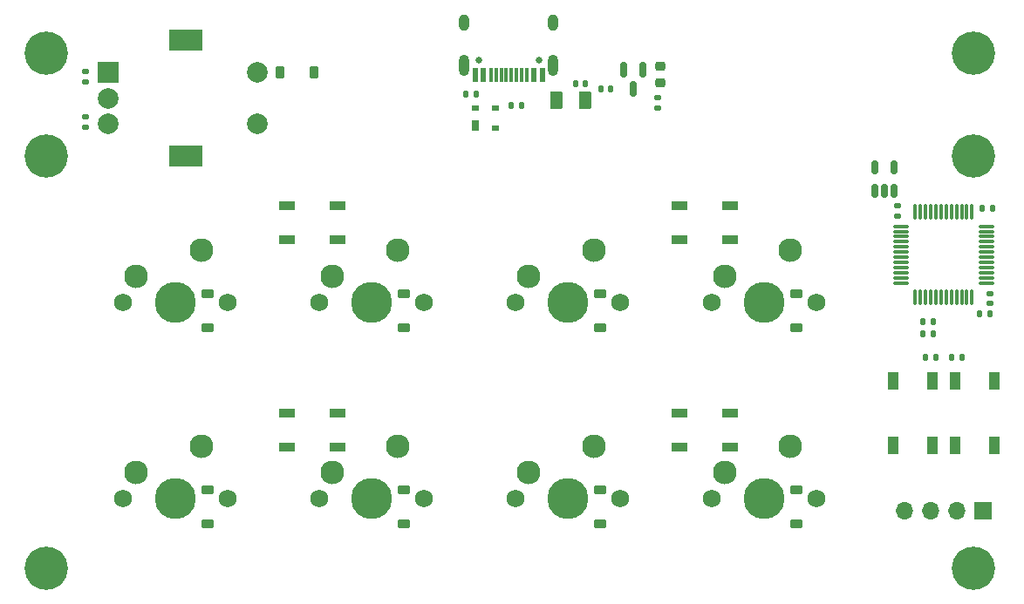
<source format=gbr>
%TF.GenerationSoftware,KiCad,Pcbnew,8.0.2-1*%
%TF.CreationDate,2024-05-13T14:31:14+01:00*%
%TF.ProjectId,Daisy V2 - STM32,44616973-7920-4563-9220-2d2053544d33,rev?*%
%TF.SameCoordinates,Original*%
%TF.FileFunction,Soldermask,Bot*%
%TF.FilePolarity,Negative*%
%FSLAX46Y46*%
G04 Gerber Fmt 4.6, Leading zero omitted, Abs format (unit mm)*
G04 Created by KiCad (PCBNEW 8.0.2-1) date 2024-05-13 14:31:14*
%MOMM*%
%LPD*%
G01*
G04 APERTURE LIST*
G04 Aperture macros list*
%AMRoundRect*
0 Rectangle with rounded corners*
0 $1 Rounding radius*
0 $2 $3 $4 $5 $6 $7 $8 $9 X,Y pos of 4 corners*
0 Add a 4 corners polygon primitive as box body*
4,1,4,$2,$3,$4,$5,$6,$7,$8,$9,$2,$3,0*
0 Add four circle primitives for the rounded corners*
1,1,$1+$1,$2,$3*
1,1,$1+$1,$4,$5*
1,1,$1+$1,$6,$7*
1,1,$1+$1,$8,$9*
0 Add four rect primitives between the rounded corners*
20,1,$1+$1,$2,$3,$4,$5,0*
20,1,$1+$1,$4,$5,$6,$7,0*
20,1,$1+$1,$6,$7,$8,$9,0*
20,1,$1+$1,$8,$9,$2,$3,0*%
G04 Aperture macros list end*
%ADD10R,1.700000X1.700000*%
%ADD11O,1.700000X1.700000*%
%ADD12C,4.200000*%
%ADD13R,2.000000X2.000000*%
%ADD14C,2.000000*%
%ADD15R,3.200000X2.000000*%
%ADD16C,1.750000*%
%ADD17C,3.987800*%
%ADD18C,2.300000*%
%ADD19RoundRect,0.140000X0.170000X-0.140000X0.170000X0.140000X-0.170000X0.140000X-0.170000X-0.140000X0*%
%ADD20RoundRect,0.075000X0.075000X-0.662500X0.075000X0.662500X-0.075000X0.662500X-0.075000X-0.662500X0*%
%ADD21RoundRect,0.075000X0.662500X-0.075000X0.662500X0.075000X-0.662500X0.075000X-0.662500X-0.075000X0*%
%ADD22RoundRect,0.225000X0.375000X-0.225000X0.375000X0.225000X-0.375000X0.225000X-0.375000X-0.225000X0*%
%ADD23R,1.500000X0.900000*%
%ADD24RoundRect,0.140000X-0.140000X-0.170000X0.140000X-0.170000X0.140000X0.170000X-0.140000X0.170000X0*%
%ADD25R,1.000000X1.700000*%
%ADD26R,0.700000X1.000000*%
%ADD27R,0.700000X0.600000*%
%ADD28RoundRect,0.140000X-0.170000X0.140000X-0.170000X-0.140000X0.170000X-0.140000X0.170000X0.140000X0*%
%ADD29RoundRect,0.225000X0.225000X0.375000X-0.225000X0.375000X-0.225000X-0.375000X0.225000X-0.375000X0*%
%ADD30RoundRect,0.150000X-0.150000X0.587500X-0.150000X-0.587500X0.150000X-0.587500X0.150000X0.587500X0*%
%ADD31RoundRect,0.150000X0.150000X-0.512500X0.150000X0.512500X-0.150000X0.512500X-0.150000X-0.512500X0*%
%ADD32RoundRect,0.135000X-0.135000X-0.185000X0.135000X-0.185000X0.135000X0.185000X-0.135000X0.185000X0*%
%ADD33RoundRect,0.250000X-0.375000X-0.625000X0.375000X-0.625000X0.375000X0.625000X-0.375000X0.625000X0*%
%ADD34RoundRect,0.135000X-0.185000X0.135000X-0.185000X-0.135000X0.185000X-0.135000X0.185000X0.135000X0*%
%ADD35RoundRect,0.140000X0.140000X0.170000X-0.140000X0.170000X-0.140000X-0.170000X0.140000X-0.170000X0*%
%ADD36RoundRect,0.135000X0.135000X0.185000X-0.135000X0.185000X-0.135000X-0.185000X0.135000X-0.185000X0*%
%ADD37C,0.650000*%
%ADD38R,0.600000X1.450000*%
%ADD39R,0.300000X1.450000*%
%ADD40O,1.000000X1.600000*%
%ADD41O,1.000000X2.100000*%
%ADD42RoundRect,0.225000X0.250000X-0.225000X0.250000X0.225000X-0.250000X0.225000X-0.250000X-0.225000X0*%
G04 APERTURE END LIST*
D10*
%TO.C,OL1*%
X114632500Y-73021250D03*
D11*
X112092500Y-73021250D03*
X109552500Y-73021250D03*
X107012500Y-73021250D03*
%TD*%
D12*
%TO.C,REF\u002A\u002A*%
X113650000Y-38546000D03*
%TD*%
%TO.C,REF\u002A\u002A*%
X23650000Y-38546000D03*
%TD*%
D13*
%TO.C,RE1*%
X29686250Y-30403125D03*
D14*
X29686250Y-35403125D03*
X29686250Y-32903125D03*
D15*
X37186250Y-27303125D03*
X37186250Y-38503125D03*
D14*
X44186250Y-35403125D03*
X44186250Y-30403125D03*
%TD*%
D12*
%TO.C,REF\u002A\u002A*%
X23650000Y-78546000D03*
%TD*%
D16*
%TO.C,MX4*%
X88239375Y-52786875D03*
D17*
X93319375Y-52786875D03*
D16*
X98399375Y-52786875D03*
D18*
X89509375Y-50246875D03*
X95859375Y-47706875D03*
%TD*%
D16*
%TO.C,MX8*%
X88239375Y-71836875D03*
D17*
X93319375Y-71836875D03*
D16*
X98399375Y-71836875D03*
D18*
X89509375Y-69296875D03*
X95859375Y-66756875D03*
%TD*%
D16*
%TO.C,MX7*%
X69189375Y-71836875D03*
D17*
X74269375Y-71836875D03*
D16*
X79349375Y-71836875D03*
D18*
X70459375Y-69296875D03*
X76809375Y-66756875D03*
%TD*%
D16*
%TO.C,MX3*%
X69189375Y-52786875D03*
D17*
X74269375Y-52786875D03*
D16*
X79349375Y-52786875D03*
D18*
X70459375Y-50246875D03*
X76809375Y-47706875D03*
%TD*%
D16*
%TO.C,MX6*%
X50139375Y-71836875D03*
D17*
X55219375Y-71836875D03*
D16*
X60299375Y-71836875D03*
D18*
X51409375Y-69296875D03*
X57759375Y-66756875D03*
%TD*%
D16*
%TO.C,MX1*%
X31089375Y-52786875D03*
D17*
X36169375Y-52786875D03*
D16*
X41249375Y-52786875D03*
D18*
X32359375Y-50246875D03*
X38709375Y-47706875D03*
%TD*%
D12*
%TO.C,REF\u002A\u002A*%
X113650000Y-78546000D03*
%TD*%
D16*
%TO.C,MX2*%
X50139375Y-52786875D03*
D17*
X55219375Y-52786875D03*
D16*
X60299375Y-52786875D03*
D18*
X51409375Y-50246875D03*
X57759375Y-47706875D03*
%TD*%
D12*
%TO.C,REF\u002A\u002A*%
X23650000Y-28546000D03*
%TD*%
D16*
%TO.C,MX5*%
X31089375Y-71836875D03*
D17*
X36169375Y-71836875D03*
D16*
X41249375Y-71836875D03*
D18*
X32359375Y-69296875D03*
X38709375Y-66756875D03*
%TD*%
D12*
%TO.C,REF\u002A\u002A*%
X113650000Y-28546000D03*
%TD*%
D19*
%TO.C,C4*%
X106282500Y-44332500D03*
X106282500Y-43372500D03*
%TD*%
D20*
%TO.C,U1*%
X113532500Y-52265000D03*
X113032500Y-52265000D03*
X112532500Y-52265000D03*
X112032500Y-52265000D03*
X111532500Y-52265000D03*
X111032500Y-52265000D03*
X110532500Y-52265000D03*
X110032500Y-52265000D03*
X109532500Y-52265000D03*
X109032500Y-52265000D03*
X108532500Y-52265000D03*
X108032500Y-52265000D03*
D21*
X106620000Y-50852500D03*
X106620000Y-50352500D03*
X106620000Y-49852500D03*
X106620000Y-49352500D03*
X106620000Y-48852500D03*
X106620000Y-48352500D03*
X106620000Y-47852500D03*
X106620000Y-47352500D03*
X106620000Y-46852500D03*
X106620000Y-46352500D03*
X106620000Y-45852500D03*
X106620000Y-45352500D03*
D20*
X108032500Y-43940000D03*
X108532500Y-43940000D03*
X109032500Y-43940000D03*
X109532500Y-43940000D03*
X110032500Y-43940000D03*
X110532500Y-43940000D03*
X111032500Y-43940000D03*
X111532500Y-43940000D03*
X112032500Y-43940000D03*
X112532500Y-43940000D03*
X113032500Y-43940000D03*
X113532500Y-43940000D03*
D21*
X114945000Y-45352500D03*
X114945000Y-45852500D03*
X114945000Y-46352500D03*
X114945000Y-46852500D03*
X114945000Y-47352500D03*
X114945000Y-47852500D03*
X114945000Y-48352500D03*
X114945000Y-48852500D03*
X114945000Y-49352500D03*
X114945000Y-49852500D03*
X114945000Y-50352500D03*
X114945000Y-50852500D03*
%TD*%
D22*
%TO.C,D2*%
X58394375Y-55168125D03*
X58394375Y-51868125D03*
%TD*%
D23*
%TO.C,LED4*%
X90080000Y-63502500D03*
X90080000Y-66802500D03*
X85180000Y-66802500D03*
X85180000Y-63502500D03*
%TD*%
D22*
%TO.C,D7*%
X77444375Y-74218125D03*
X77444375Y-70918125D03*
%TD*%
D24*
%TO.C,C3*%
X114552500Y-43602500D03*
X115512500Y-43602500D03*
%TD*%
D23*
%TO.C,LED1*%
X90080000Y-43350000D03*
X90080000Y-46650000D03*
X85180000Y-46650000D03*
X85180000Y-43350000D03*
%TD*%
D22*
%TO.C,D8*%
X96494375Y-74218125D03*
X96494375Y-70918125D03*
%TD*%
D25*
%TO.C,BOOT1*%
X111912500Y-60370000D03*
X111912500Y-66670000D03*
X115712500Y-60370000D03*
X115712500Y-66670000D03*
%TD*%
D22*
%TO.C,D4*%
X96494375Y-55168125D03*
X96494375Y-51868125D03*
%TD*%
D26*
%TO.C,U2*%
X65285000Y-35600000D03*
D27*
X65285000Y-33900000D03*
X67285000Y-33900000D03*
X67285000Y-35800000D03*
%TD*%
D28*
%TO.C,C5*%
X115282500Y-51872500D03*
X115282500Y-52832500D03*
%TD*%
D22*
%TO.C,D6*%
X58394375Y-74218125D03*
X58394375Y-70918125D03*
%TD*%
D25*
%TO.C,RST1*%
X109712500Y-66670000D03*
X109712500Y-60370000D03*
X105912500Y-66670000D03*
X105912500Y-60370000D03*
%TD*%
D22*
%TO.C,D1*%
X39344375Y-55168125D03*
X39344375Y-51868125D03*
%TD*%
D23*
%TO.C,LED3*%
X51980000Y-63502500D03*
X51980000Y-66802500D03*
X47080000Y-66802500D03*
X47080000Y-63502500D03*
%TD*%
D29*
%TO.C,D9*%
X49649375Y-30376875D03*
X46349375Y-30376875D03*
%TD*%
D30*
%TO.C,U3*%
X79679375Y-30129375D03*
X81579375Y-30129375D03*
X80629375Y-32004375D03*
%TD*%
D24*
%TO.C,C6*%
X114302500Y-53852500D03*
X115262500Y-53852500D03*
%TD*%
D31*
%TO.C,U5*%
X105971875Y-41914375D03*
X105021875Y-41914375D03*
X104071875Y-41914375D03*
X104071875Y-39639375D03*
X105971875Y-39639375D03*
%TD*%
D32*
%TO.C,R1*%
X64369375Y-32506875D03*
X65389375Y-32506875D03*
%TD*%
D28*
%TO.C,C10*%
X83029375Y-32881875D03*
X83029375Y-33841875D03*
%TD*%
D33*
%TO.C,F1*%
X73199375Y-33136875D03*
X75999375Y-33136875D03*
%TD*%
D34*
%TO.C,R6*%
X27438125Y-34701250D03*
X27438125Y-35721250D03*
%TD*%
D22*
%TO.C,D5*%
X39344375Y-74218125D03*
X39344375Y-70918125D03*
%TD*%
D35*
%TO.C,C9*%
X78449375Y-31996875D03*
X77489375Y-31996875D03*
%TD*%
%TO.C,C1*%
X109749077Y-55839077D03*
X108789077Y-55839077D03*
%TD*%
D36*
%TO.C,R4*%
X110042500Y-58102500D03*
X109022500Y-58102500D03*
%TD*%
D24*
%TO.C,C7*%
X108789077Y-54589077D03*
X109749077Y-54589077D03*
%TD*%
D23*
%TO.C,LED2*%
X51980000Y-43350000D03*
X51980000Y-46650000D03*
X47080000Y-46650000D03*
X47080000Y-43350000D03*
%TD*%
D32*
%TO.C,R2*%
X68775000Y-33600000D03*
X69795000Y-33600000D03*
%TD*%
D37*
%TO.C,J1*%
X65690000Y-29222000D03*
X71470000Y-29222000D03*
D38*
X65330000Y-30667000D03*
X66130000Y-30667000D03*
D39*
X67330000Y-30667000D03*
X68330000Y-30667000D03*
X68830000Y-30667000D03*
X69830000Y-30667000D03*
D38*
X71030000Y-30667000D03*
X71830000Y-30667000D03*
X71830000Y-30667000D03*
X71030000Y-30667000D03*
D39*
X70330000Y-30667000D03*
X69330000Y-30667000D03*
X67830000Y-30667000D03*
X66830000Y-30667000D03*
D38*
X66130000Y-30667000D03*
X65330000Y-30667000D03*
D40*
X64260000Y-25572000D03*
D41*
X64260000Y-29752000D03*
D40*
X72900000Y-25572000D03*
D41*
X72900000Y-29752000D03*
%TD*%
D36*
%TO.C,R3*%
X112542500Y-58102500D03*
X111522500Y-58102500D03*
%TD*%
D42*
%TO.C,C2*%
X83279375Y-31386875D03*
X83279375Y-29836875D03*
%TD*%
D35*
%TO.C,C8*%
X75999375Y-31456875D03*
X75039375Y-31456875D03*
%TD*%
D22*
%TO.C,D3*%
X77444375Y-55168125D03*
X77444375Y-51868125D03*
%TD*%
D34*
%TO.C,R5*%
X27438125Y-30335625D03*
X27438125Y-31355625D03*
%TD*%
M02*

</source>
